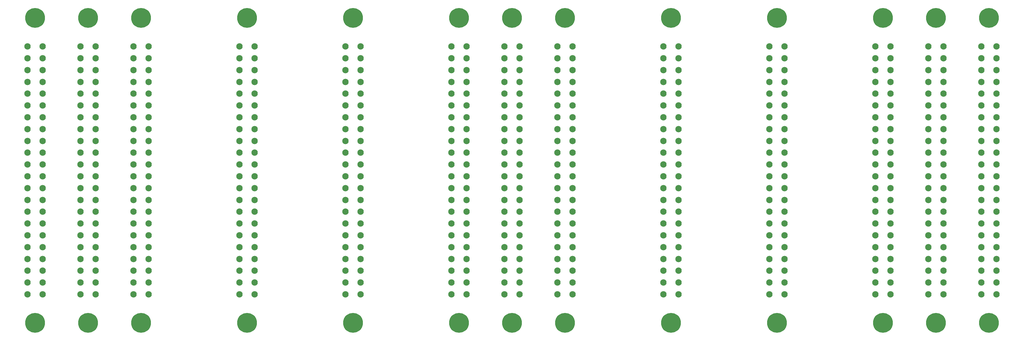
<source format=gbr>
G04 start of page 5 for group -4063 idx -4063 *
G04 Title: (unknown), componentmask *
G04 Creator: pcb 20110918 *
G04 CreationDate: Fri Feb 28 16:16:28 2014 UTC *
G04 For: fosse *
G04 Format: Gerber/RS-274X *
G04 PCB-Dimensions: 1900000 500000 *
G04 PCB-Coordinate-Origin: lower left *
%MOIN*%
%FSLAX25Y25*%
%LNTOPMASK*%
%ADD22C,0.0840*%
%ADD21C,0.2620*%
G54D21*X680000Y470000D03*
G54D22*X690000Y432200D03*
X670000D03*
G54D21*X750000Y470000D03*
G54D22*X690000Y416600D03*
X670000D03*
Y401000D03*
X690000D03*
Y385400D03*
Y369800D03*
Y354200D03*
Y338600D03*
Y323000D03*
Y307400D03*
Y291800D03*
Y276200D03*
X670000Y385400D03*
Y369800D03*
Y354200D03*
Y338600D03*
Y323000D03*
Y307400D03*
Y291800D03*
Y276200D03*
G54D21*X820000Y470000D03*
G54D22*X830000Y432200D03*
X810000D03*
X830000Y416600D03*
X810000D03*
Y401000D03*
X830000D03*
Y385400D03*
Y369800D03*
Y354200D03*
Y338600D03*
Y323000D03*
Y307400D03*
Y291800D03*
Y276200D03*
X810000Y385400D03*
Y369800D03*
Y354200D03*
Y338600D03*
Y323000D03*
Y307400D03*
Y291800D03*
Y276200D03*
X740000Y416600D03*
Y401000D03*
Y385400D03*
Y369800D03*
Y354200D03*
Y338600D03*
Y323000D03*
Y307400D03*
Y291800D03*
Y276200D03*
Y432200D03*
X760000D03*
Y416600D03*
Y401000D03*
Y385400D03*
Y369800D03*
Y354200D03*
Y338600D03*
Y323000D03*
Y307400D03*
Y291800D03*
Y276200D03*
X970000Y260600D03*
X950000D03*
X970000Y213800D03*
X950000D03*
X1110000Y260600D03*
X1090000D03*
Y245000D03*
Y229400D03*
Y213800D03*
X1110000Y245000D03*
Y229400D03*
Y213800D03*
X970000Y245000D03*
X950000D03*
X970000Y229400D03*
X950000D03*
X1250000Y260600D03*
X1230000D03*
X1390000D03*
X1370000D03*
X1300000D03*
X1320000D03*
X1250000Y245000D03*
X1230000D03*
X1390000D03*
X1370000D03*
X1300000D03*
X1320000D03*
X1250000Y229400D03*
X1230000D03*
X1390000D03*
X1370000D03*
X1300000D03*
X1320000D03*
G54D21*X960000Y470000D03*
G54D22*X970000Y432200D03*
X950000D03*
X970000Y416600D03*
X950000D03*
Y401000D03*
X970000D03*
Y385400D03*
Y369800D03*
Y354200D03*
Y338600D03*
Y323000D03*
Y307400D03*
Y291800D03*
Y276200D03*
X950000Y385400D03*
Y369800D03*
Y354200D03*
Y338600D03*
Y323000D03*
Y307400D03*
Y291800D03*
Y276200D03*
G54D21*X1100000Y470000D03*
G54D22*X1110000Y432200D03*
X1090000D03*
X1110000Y416600D03*
X1090000D03*
Y401000D03*
X1110000D03*
Y385400D03*
Y369800D03*
Y354200D03*
Y338600D03*
Y323000D03*
Y307400D03*
Y291800D03*
Y276200D03*
X1090000Y385400D03*
Y369800D03*
Y354200D03*
Y338600D03*
Y323000D03*
Y307400D03*
Y291800D03*
Y276200D03*
X670000Y260600D03*
Y245000D03*
Y229400D03*
Y213800D03*
Y198200D03*
Y182600D03*
Y167000D03*
Y151400D03*
Y135800D03*
Y120200D03*
Y104600D03*
X830000Y260600D03*
Y245000D03*
Y229400D03*
X810000Y260600D03*
Y245000D03*
Y229400D03*
X830000Y213800D03*
X810000D03*
X830000Y198200D03*
X810000D03*
X830000Y182600D03*
X810000D03*
X970000Y198200D03*
X950000D03*
Y182600D03*
X970000D03*
Y167000D03*
Y151400D03*
Y135800D03*
Y120200D03*
Y104600D03*
X950000Y167000D03*
Y151400D03*
Y135800D03*
Y120200D03*
Y104600D03*
X830000Y167000D03*
X810000D03*
Y151400D03*
Y135800D03*
Y120200D03*
X830000Y151400D03*
Y135800D03*
Y120200D03*
Y104600D03*
X810000D03*
G54D21*X750000Y66800D03*
G54D22*X740000Y104600D03*
X760000D03*
X740000Y167000D03*
X760000D03*
X740000Y151400D03*
X760000D03*
Y135800D03*
Y120200D03*
X740000Y135800D03*
Y120200D03*
Y260600D03*
X760000D03*
Y245000D03*
X740000D03*
Y229400D03*
Y213800D03*
Y198200D03*
Y182600D03*
X760000Y229400D03*
Y213800D03*
Y198200D03*
Y182600D03*
G54D21*X1240000Y470000D03*
G54D22*X1250000Y432200D03*
X1230000D03*
G54D21*X1310000Y470000D03*
G54D22*X1250000Y416600D03*
X1230000D03*
Y401000D03*
X1250000D03*
Y385400D03*
Y369800D03*
Y354200D03*
Y338600D03*
Y323000D03*
Y307400D03*
Y291800D03*
Y276200D03*
X1230000Y385400D03*
Y369800D03*
Y354200D03*
Y338600D03*
Y323000D03*
Y307400D03*
Y291800D03*
Y276200D03*
G54D21*X1380000Y470000D03*
G54D22*X1390000Y432200D03*
X1370000D03*
X1390000Y416600D03*
X1370000D03*
Y401000D03*
X1390000D03*
Y385400D03*
Y369800D03*
Y354200D03*
Y338600D03*
Y323000D03*
Y307400D03*
Y291800D03*
Y276200D03*
X1370000Y385400D03*
Y369800D03*
Y354200D03*
Y338600D03*
Y323000D03*
Y307400D03*
Y291800D03*
Y276200D03*
X1300000Y416600D03*
Y401000D03*
Y385400D03*
Y369800D03*
Y354200D03*
Y338600D03*
Y323000D03*
Y307400D03*
Y291800D03*
Y276200D03*
Y432200D03*
X1320000D03*
Y416600D03*
Y401000D03*
Y385400D03*
Y369800D03*
Y354200D03*
Y338600D03*
Y323000D03*
Y307400D03*
Y291800D03*
Y276200D03*
G54D21*X1100000Y66800D03*
X1240000D03*
X1380000D03*
X1310000D03*
G54D22*X1110000Y151400D03*
Y135800D03*
Y120200D03*
Y104600D03*
X1090000Y167000D03*
Y151400D03*
Y135800D03*
Y120200D03*
Y104600D03*
X1320000Y151400D03*
Y135800D03*
Y120200D03*
Y104600D03*
X1110000Y198200D03*
Y182600D03*
Y167000D03*
X1090000Y198200D03*
X1250000D03*
X1230000D03*
X1090000Y182600D03*
X1250000D03*
Y167000D03*
Y151400D03*
Y135800D03*
Y120200D03*
Y104600D03*
X1230000Y182600D03*
X1250000Y213800D03*
X1230000D03*
X1300000D03*
X1390000D03*
Y198200D03*
X1370000Y213800D03*
Y198200D03*
X1300000D03*
X1320000Y213800D03*
Y198200D03*
X1230000Y167000D03*
X1300000Y182600D03*
X1320000D03*
X1390000Y151400D03*
Y135800D03*
Y120200D03*
Y104600D03*
X1370000Y151400D03*
Y135800D03*
X1390000Y182600D03*
Y167000D03*
X1370000Y182600D03*
Y167000D03*
X1230000Y151400D03*
X1300000Y104600D03*
X1230000Y135800D03*
Y120200D03*
Y104600D03*
X1370000Y120200D03*
Y104600D03*
X1300000Y167000D03*
Y151400D03*
Y135800D03*
Y120200D03*
X1320000Y167000D03*
G54D21*X120000Y66800D03*
X190000D03*
X260000D03*
X400000D03*
X540000D03*
X680000D03*
X820000D03*
X960000D03*
X120000Y470000D03*
G54D22*X110000Y432200D03*
Y416600D03*
Y401000D03*
Y385400D03*
Y369800D03*
X130000Y432200D03*
Y416600D03*
Y401000D03*
Y385400D03*
Y369800D03*
Y354200D03*
X110000D03*
X130000Y338600D03*
X110000D03*
X130000Y323000D03*
X110000D03*
Y307400D03*
Y291800D03*
Y276200D03*
X130000Y307400D03*
Y291800D03*
Y276200D03*
G54D21*X260000Y470000D03*
G54D22*X270000Y432200D03*
X250000D03*
G54D21*X190000Y470000D03*
G54D22*X200000Y432200D03*
X270000Y416600D03*
X250000D03*
Y401000D03*
X270000D03*
Y385400D03*
Y369800D03*
Y354200D03*
Y338600D03*
Y323000D03*
Y307400D03*
Y291800D03*
Y276200D03*
X250000Y385400D03*
Y369800D03*
Y354200D03*
Y338600D03*
Y323000D03*
Y307400D03*
Y291800D03*
Y276200D03*
X180000Y432200D03*
Y416600D03*
Y401000D03*
Y385400D03*
Y369800D03*
Y354200D03*
Y338600D03*
Y323000D03*
Y307400D03*
Y291800D03*
Y276200D03*
X200000Y416600D03*
Y401000D03*
Y385400D03*
Y369800D03*
Y354200D03*
Y338600D03*
Y323000D03*
Y307400D03*
Y291800D03*
Y276200D03*
X270000Y260600D03*
X250000D03*
X270000Y245000D03*
X250000D03*
Y229400D03*
X410000Y260600D03*
X390000D03*
X410000Y245000D03*
X390000D03*
X410000Y229400D03*
X390000D03*
Y213800D03*
X410000D03*
Y198200D03*
Y182600D03*
Y167000D03*
Y151400D03*
Y135800D03*
Y120200D03*
Y104600D03*
X390000Y198200D03*
Y182600D03*
Y167000D03*
Y151400D03*
G54D21*X400000Y470000D03*
G54D22*X410000Y432200D03*
X390000D03*
X410000Y416600D03*
X390000D03*
Y401000D03*
X410000D03*
Y385400D03*
Y369800D03*
Y354200D03*
Y338600D03*
Y323000D03*
Y307400D03*
Y291800D03*
Y276200D03*
X390000Y385400D03*
Y369800D03*
Y354200D03*
Y338600D03*
Y323000D03*
Y307400D03*
Y291800D03*
Y276200D03*
G54D21*X540000Y470000D03*
G54D22*X550000Y432200D03*
X530000D03*
X550000Y416600D03*
X530000D03*
Y401000D03*
X550000D03*
Y385400D03*
Y369800D03*
Y354200D03*
Y338600D03*
Y323000D03*
Y307400D03*
Y291800D03*
Y276200D03*
X530000Y385400D03*
Y369800D03*
Y354200D03*
Y338600D03*
Y323000D03*
Y307400D03*
Y291800D03*
Y276200D03*
X550000Y260600D03*
Y245000D03*
X530000Y260600D03*
Y245000D03*
X550000Y198200D03*
Y229400D03*
Y213800D03*
X530000Y229400D03*
Y213800D03*
Y198200D03*
Y182600D03*
Y167000D03*
Y151400D03*
Y135800D03*
Y120200D03*
Y104600D03*
X550000Y182600D03*
Y167000D03*
Y151400D03*
Y135800D03*
Y120200D03*
Y104600D03*
X690000Y260600D03*
Y245000D03*
Y229400D03*
Y213800D03*
Y198200D03*
Y182600D03*
Y167000D03*
Y151400D03*
Y135800D03*
Y120200D03*
Y104600D03*
X130000Y260600D03*
Y245000D03*
Y229400D03*
Y213800D03*
X110000Y260600D03*
Y245000D03*
Y229400D03*
Y213800D03*
Y198200D03*
Y182600D03*
Y167000D03*
Y151400D03*
Y135800D03*
Y120200D03*
Y104600D03*
X270000Y229400D03*
Y213800D03*
Y198200D03*
Y182600D03*
Y167000D03*
Y151400D03*
Y135800D03*
Y120200D03*
X390000Y135800D03*
Y120200D03*
X270000Y104600D03*
X390000D03*
X250000Y213800D03*
Y198200D03*
Y182600D03*
Y167000D03*
Y151400D03*
Y135800D03*
Y120200D03*
Y104600D03*
X130000Y198200D03*
Y182600D03*
Y167000D03*
Y151400D03*
Y135800D03*
Y120200D03*
Y104600D03*
X180000Y182600D03*
Y167000D03*
Y151400D03*
Y135800D03*
Y120200D03*
Y104600D03*
Y260600D03*
Y245000D03*
Y229400D03*
Y213800D03*
Y198200D03*
X200000Y260600D03*
Y245000D03*
Y229400D03*
Y213800D03*
Y198200D03*
Y182600D03*
Y167000D03*
Y151400D03*
Y135800D03*
Y120200D03*
Y104600D03*
M02*

</source>
